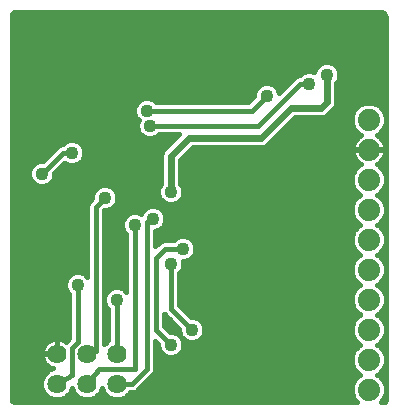
<source format=gbl>
G75*
G70*
%OFA0B0*%
%FSLAX24Y24*%
%IPPOS*%
%LPD*%
%AMOC8*
5,1,8,0,0,1.08239X$1,22.5*
%
%ADD10C,0.0640*%
%ADD11C,0.0740*%
%ADD12C,0.0160*%
%ADD13C,0.0436*%
%ADD14C,0.0300*%
%ADD15C,0.0240*%
D10*
X001880Y001080D03*
X001880Y002080D03*
X002880Y002080D03*
X002880Y001080D03*
X003880Y001080D03*
X003880Y002080D03*
D11*
X012280Y001880D03*
X012280Y000880D03*
X012280Y002880D03*
X012280Y003880D03*
X012280Y004880D03*
X012280Y005880D03*
X012280Y006880D03*
X012280Y007880D03*
X012280Y008880D03*
X012280Y009880D03*
D12*
X000417Y000494D02*
X000394Y000517D01*
X000382Y000547D01*
X000380Y000563D01*
X000380Y013396D01*
X000383Y013417D01*
X000403Y013453D01*
X000439Y013473D01*
X000460Y013476D01*
X012673Y013476D01*
X012707Y013468D01*
X012779Y013428D01*
X012830Y013362D01*
X012850Y013291D01*
X012850Y013229D01*
X012842Y013159D01*
X012850Y013148D01*
X012850Y000543D01*
X012848Y000526D01*
X012832Y000498D01*
X012804Y000482D01*
X012788Y000480D01*
X012686Y000480D01*
X012763Y000557D01*
X012850Y000767D01*
X012850Y000993D01*
X012763Y001203D01*
X012603Y001363D01*
X012562Y001380D01*
X012603Y001397D01*
X012763Y001557D01*
X012850Y001767D01*
X012850Y001993D01*
X012763Y002203D01*
X012603Y002363D01*
X012562Y002380D01*
X012603Y002397D01*
X012763Y002557D01*
X012850Y002767D01*
X012850Y002993D01*
X012763Y003203D01*
X012603Y003363D01*
X012562Y003380D01*
X012603Y003397D01*
X012763Y003557D01*
X012850Y003767D01*
X012850Y003993D01*
X012763Y004203D01*
X012603Y004363D01*
X012562Y004380D01*
X012603Y004397D01*
X012763Y004557D01*
X012850Y004767D01*
X012850Y004993D01*
X012763Y005203D01*
X012603Y005363D01*
X012562Y005380D01*
X012603Y005397D01*
X012763Y005557D01*
X012850Y005767D01*
X012850Y005993D01*
X012763Y006203D01*
X012603Y006363D01*
X012562Y006380D01*
X012603Y006397D01*
X012763Y006557D01*
X012850Y006767D01*
X012850Y006993D01*
X012763Y007203D01*
X012603Y007363D01*
X012562Y007380D01*
X012603Y007397D01*
X012763Y007557D01*
X012850Y007767D01*
X012850Y007993D01*
X012763Y008203D01*
X012603Y008363D01*
X012534Y008392D01*
X012568Y008410D01*
X012638Y008460D01*
X012700Y008522D01*
X012750Y008592D01*
X012790Y008669D01*
X012816Y008751D01*
X012830Y008837D01*
X012830Y008860D01*
X012300Y008860D01*
X012300Y008900D01*
X012830Y008900D01*
X012830Y008923D01*
X012816Y009009D01*
X012790Y009091D01*
X012750Y009168D01*
X012700Y009238D01*
X012638Y009300D01*
X012568Y009350D01*
X012534Y009368D01*
X012603Y009397D01*
X012763Y009557D01*
X012850Y009767D01*
X012850Y009993D01*
X012763Y010203D01*
X012603Y010363D01*
X012393Y010450D01*
X012167Y010450D01*
X011957Y010363D01*
X011797Y010203D01*
X011710Y009993D01*
X011710Y009767D01*
X011797Y009557D01*
X011957Y009397D01*
X012026Y009368D01*
X011992Y009350D01*
X011922Y009300D01*
X011860Y009238D01*
X011810Y009168D01*
X011770Y009091D01*
X011744Y009009D01*
X011730Y008923D01*
X011730Y008900D01*
X012260Y008900D01*
X012260Y008860D01*
X011730Y008860D01*
X011730Y008837D01*
X011744Y008751D01*
X011770Y008669D01*
X011810Y008592D01*
X011860Y008522D01*
X011922Y008460D01*
X011992Y008410D01*
X012026Y008392D01*
X011957Y008363D01*
X011797Y008203D01*
X011710Y007993D01*
X011710Y007767D01*
X011797Y007557D01*
X011957Y007397D01*
X011998Y007380D01*
X011957Y007363D01*
X011797Y007203D01*
X011710Y006993D01*
X011710Y006767D01*
X011797Y006557D01*
X011957Y006397D01*
X011998Y006380D01*
X011957Y006363D01*
X011797Y006203D01*
X011710Y005993D01*
X011710Y005767D01*
X011797Y005557D01*
X011957Y005397D01*
X011998Y005380D01*
X011957Y005363D01*
X011797Y005203D01*
X011710Y004993D01*
X011710Y004767D01*
X011797Y004557D01*
X011957Y004397D01*
X011998Y004380D01*
X011957Y004363D01*
X011797Y004203D01*
X011710Y003993D01*
X011710Y003767D01*
X011797Y003557D01*
X011957Y003397D01*
X011998Y003380D01*
X011957Y003363D01*
X011797Y003203D01*
X011710Y002993D01*
X011710Y002767D01*
X011797Y002557D01*
X011957Y002397D01*
X011998Y002380D01*
X011957Y002363D01*
X011797Y002203D01*
X011710Y001993D01*
X011710Y001767D01*
X011797Y001557D01*
X011957Y001397D01*
X011998Y001380D01*
X011957Y001363D01*
X011797Y001203D01*
X011710Y000993D01*
X011710Y000767D01*
X011797Y000557D01*
X011874Y000480D01*
X000463Y000480D01*
X000447Y000482D01*
X000417Y000494D01*
X000386Y000536D02*
X011818Y000536D01*
X011740Y000694D02*
X004229Y000694D01*
X004175Y000639D02*
X004321Y000785D01*
X004327Y000800D01*
X004436Y000800D01*
X004539Y000843D01*
X004617Y000921D01*
X005117Y001421D01*
X005160Y001524D01*
X005160Y002504D01*
X005262Y002402D01*
X005262Y002297D01*
X005326Y002143D01*
X005443Y002026D01*
X005597Y001962D01*
X005763Y001962D01*
X005917Y002026D01*
X006034Y002143D01*
X006098Y002297D01*
X006098Y002463D01*
X006034Y002617D01*
X005917Y002734D01*
X005763Y002798D01*
X005658Y002798D01*
X005460Y002996D01*
X005460Y003404D01*
X005962Y002902D01*
X005962Y002797D01*
X006026Y002643D01*
X006143Y002526D01*
X006297Y002462D01*
X006463Y002462D01*
X006617Y002526D01*
X006734Y002643D01*
X006798Y002797D01*
X006798Y002963D01*
X006734Y003117D01*
X006617Y003234D01*
X006463Y003298D01*
X006358Y003298D01*
X005960Y003696D01*
X005960Y004769D01*
X006034Y004843D01*
X006098Y004997D01*
X006098Y005162D01*
X006163Y005162D01*
X006317Y005226D01*
X006434Y005343D01*
X006498Y005497D01*
X006498Y005663D01*
X006434Y005817D01*
X006317Y005934D01*
X006163Y005998D01*
X005997Y005998D01*
X005843Y005934D01*
X005769Y005860D01*
X005424Y005860D01*
X005321Y005817D01*
X005160Y005656D01*
X005160Y006162D01*
X005163Y006162D01*
X005317Y006226D01*
X005434Y006343D01*
X005498Y006497D01*
X005498Y006663D01*
X005434Y006817D01*
X005317Y006934D01*
X005163Y006998D01*
X004997Y006998D01*
X004843Y006934D01*
X004726Y006817D01*
X004695Y006743D01*
X004563Y006798D01*
X004397Y006798D01*
X004243Y006734D01*
X004126Y006617D01*
X004062Y006463D01*
X004062Y006297D01*
X004126Y006143D01*
X004200Y006069D01*
X004200Y004151D01*
X004117Y004234D01*
X003963Y004298D01*
X003797Y004298D01*
X003643Y004234D01*
X003526Y004117D01*
X003462Y003963D01*
X003462Y003797D01*
X003526Y003643D01*
X003600Y003569D01*
X003600Y002527D01*
X003585Y002521D01*
X003460Y002395D01*
X003460Y006862D01*
X003563Y006862D01*
X003717Y006926D01*
X003834Y007043D01*
X003898Y007197D01*
X003898Y007363D01*
X003834Y007517D01*
X003717Y007634D01*
X003563Y007698D01*
X003397Y007698D01*
X003243Y007634D01*
X003126Y007517D01*
X003062Y007363D01*
X003062Y007258D01*
X003021Y007217D01*
X002943Y007139D01*
X002900Y007036D01*
X002900Y004651D01*
X002817Y004734D01*
X002663Y004798D01*
X002497Y004798D01*
X002343Y004734D01*
X002226Y004617D01*
X002162Y004463D01*
X002162Y004297D01*
X002226Y004143D01*
X002300Y004069D01*
X002300Y002596D01*
X002221Y002517D01*
X002182Y002478D01*
X002142Y002508D01*
X002072Y002543D01*
X001997Y002568D01*
X001919Y002580D01*
X001889Y002580D01*
X001889Y002089D01*
X001871Y002089D01*
X001871Y002580D01*
X001841Y002580D01*
X001763Y002568D01*
X001688Y002543D01*
X001618Y002508D01*
X001554Y002461D01*
X001499Y002406D01*
X001452Y002342D01*
X001417Y002272D01*
X001392Y002197D01*
X001380Y002119D01*
X001380Y002089D01*
X001871Y002089D01*
X001871Y002071D01*
X001380Y002071D01*
X001380Y002041D01*
X001392Y001963D01*
X001417Y001888D01*
X001452Y001818D01*
X001499Y001754D01*
X001554Y001699D01*
X001618Y001652D01*
X001688Y001617D01*
X001760Y001593D01*
X001585Y001521D01*
X001439Y001375D01*
X001360Y001183D01*
X001360Y000977D01*
X001439Y000785D01*
X001585Y000639D01*
X001777Y000560D01*
X001983Y000560D01*
X002175Y000639D01*
X002321Y000785D01*
X002380Y000928D01*
X002439Y000785D01*
X002585Y000639D01*
X002777Y000560D01*
X002983Y000560D01*
X003175Y000639D01*
X003321Y000785D01*
X003380Y000928D01*
X003439Y000785D01*
X003585Y000639D01*
X003777Y000560D01*
X003983Y000560D01*
X004175Y000639D01*
X004549Y000853D02*
X011710Y000853D01*
X011717Y001011D02*
X004707Y001011D01*
X004866Y001170D02*
X011783Y001170D01*
X011922Y001328D02*
X005024Y001328D01*
X005144Y001487D02*
X011867Y001487D01*
X011760Y001645D02*
X005160Y001645D01*
X005160Y001804D02*
X011710Y001804D01*
X011710Y001962D02*
X005763Y001962D01*
X005597Y001962D02*
X005160Y001962D01*
X005160Y002121D02*
X005348Y002121D01*
X005269Y002279D02*
X005160Y002279D01*
X005160Y002438D02*
X005226Y002438D01*
X005180Y002880D02*
X005680Y002380D01*
X005868Y002755D02*
X005979Y002755D01*
X006043Y002596D02*
X006073Y002596D01*
X006098Y002438D02*
X011916Y002438D01*
X011873Y002279D02*
X006091Y002279D01*
X006012Y002121D02*
X011763Y002121D01*
X011781Y002596D02*
X006687Y002596D01*
X006781Y002755D02*
X011715Y002755D01*
X011710Y002913D02*
X006798Y002913D01*
X006753Y003072D02*
X011742Y003072D01*
X011824Y003230D02*
X006621Y003230D01*
X006267Y003389D02*
X011977Y003389D01*
X011807Y003547D02*
X006109Y003547D01*
X005960Y003706D02*
X011735Y003706D01*
X011710Y003864D02*
X005960Y003864D01*
X005960Y004023D02*
X011722Y004023D01*
X011788Y004181D02*
X005960Y004181D01*
X005960Y004340D02*
X011933Y004340D01*
X011856Y004498D02*
X005960Y004498D01*
X005960Y004657D02*
X011756Y004657D01*
X011710Y004815D02*
X006006Y004815D01*
X006088Y004974D02*
X011710Y004974D01*
X011767Y005132D02*
X006098Y005132D01*
X006382Y005291D02*
X011884Y005291D01*
X011905Y005449D02*
X006478Y005449D01*
X006498Y005608D02*
X011776Y005608D01*
X011710Y005766D02*
X006456Y005766D01*
X006327Y005925D02*
X011710Y005925D01*
X011747Y006083D02*
X005160Y006083D01*
X005160Y005925D02*
X005833Y005925D01*
X006080Y005580D02*
X005480Y005580D01*
X005180Y005280D01*
X005180Y002880D01*
X005460Y003072D02*
X005792Y003072D01*
X005634Y003230D02*
X005460Y003230D01*
X005460Y003389D02*
X005475Y003389D01*
X005680Y003580D02*
X006380Y002880D01*
X005951Y002913D02*
X005543Y002913D01*
X005680Y003580D02*
X005680Y005080D01*
X005270Y005766D02*
X005160Y005766D01*
X005333Y006242D02*
X011835Y006242D01*
X011954Y006400D02*
X005458Y006400D01*
X005498Y006559D02*
X011796Y006559D01*
X011731Y006717D02*
X005476Y006717D01*
X005376Y006876D02*
X011710Y006876D01*
X011727Y007034D02*
X003825Y007034D01*
X003896Y007193D02*
X005376Y007193D01*
X005326Y007243D02*
X005443Y007126D01*
X005597Y007062D01*
X005763Y007062D01*
X005917Y007126D01*
X006034Y007243D01*
X006098Y007397D01*
X006098Y007563D01*
X006034Y007717D01*
X006000Y007751D01*
X006000Y008547D01*
X006413Y008960D01*
X008744Y008960D01*
X008861Y009009D01*
X009813Y009960D01*
X010744Y009960D01*
X010861Y010009D01*
X011061Y010209D01*
X011151Y010299D01*
X011200Y010416D01*
X011200Y011109D01*
X011234Y011143D01*
X011298Y011297D01*
X011298Y011463D01*
X011234Y011617D01*
X011117Y011734D01*
X010963Y011798D01*
X010797Y011798D01*
X010643Y011734D01*
X010526Y011617D01*
X010462Y011463D01*
X010462Y011457D01*
X010363Y011498D01*
X010197Y011498D01*
X010043Y011434D01*
X009969Y011360D01*
X009924Y011360D01*
X009821Y011317D01*
X009743Y011239D01*
X009289Y010785D01*
X009234Y010917D01*
X009117Y011034D01*
X008963Y011098D01*
X008797Y011098D01*
X008643Y011034D01*
X008526Y010917D01*
X008462Y010763D01*
X008462Y010658D01*
X008264Y010460D01*
X005191Y010460D01*
X005117Y010534D01*
X004963Y010598D01*
X004797Y010598D01*
X004643Y010534D01*
X004526Y010417D01*
X004462Y010263D01*
X004462Y010097D01*
X004526Y009943D01*
X004604Y009865D01*
X004562Y009763D01*
X004562Y009597D01*
X004626Y009443D01*
X004743Y009326D01*
X004897Y009262D01*
X005063Y009262D01*
X005217Y009326D01*
X005291Y009400D01*
X005947Y009400D01*
X005499Y008951D01*
X005409Y008861D01*
X005360Y008744D01*
X005360Y007751D01*
X005326Y007717D01*
X005262Y007563D01*
X005262Y007397D01*
X005326Y007243D01*
X005281Y007351D02*
X003898Y007351D01*
X003837Y007510D02*
X005262Y007510D01*
X005305Y007668D02*
X003636Y007668D01*
X003324Y007668D02*
X001478Y007668D01*
X001463Y007662D02*
X001617Y007726D01*
X001734Y007843D01*
X001798Y007997D01*
X001798Y008102D01*
X002132Y008436D01*
X002143Y008426D01*
X002297Y008362D01*
X002463Y008362D01*
X002617Y008426D01*
X002734Y008543D01*
X002798Y008697D01*
X002798Y008863D01*
X002734Y009017D01*
X002617Y009134D01*
X002463Y009198D01*
X002297Y009198D01*
X002143Y009134D01*
X002069Y009060D01*
X002024Y009060D01*
X001921Y009017D01*
X001402Y008498D01*
X001297Y008498D01*
X001143Y008434D01*
X001026Y008317D01*
X000962Y008163D01*
X000962Y007997D01*
X001026Y007843D01*
X001143Y007726D01*
X001297Y007662D01*
X001463Y007662D01*
X001282Y007668D02*
X000380Y007668D01*
X000380Y007510D02*
X003123Y007510D01*
X003062Y007351D02*
X000380Y007351D01*
X000380Y007193D02*
X002997Y007193D01*
X002900Y007034D02*
X000380Y007034D01*
X000380Y006876D02*
X002900Y006876D01*
X002900Y006717D02*
X000380Y006717D01*
X000380Y006559D02*
X002900Y006559D01*
X002900Y006400D02*
X000380Y006400D01*
X000380Y006242D02*
X002900Y006242D01*
X002900Y006083D02*
X000380Y006083D01*
X000380Y005925D02*
X002900Y005925D01*
X002900Y005766D02*
X000380Y005766D01*
X000380Y005608D02*
X002900Y005608D01*
X002900Y005449D02*
X000380Y005449D01*
X000380Y005291D02*
X002900Y005291D01*
X002900Y005132D02*
X000380Y005132D01*
X000380Y004974D02*
X002900Y004974D01*
X002900Y004815D02*
X000380Y004815D01*
X000380Y004657D02*
X002265Y004657D01*
X002176Y004498D02*
X000380Y004498D01*
X000380Y004340D02*
X002162Y004340D01*
X002210Y004181D02*
X000380Y004181D01*
X000380Y004023D02*
X002300Y004023D01*
X002300Y003864D02*
X000380Y003864D01*
X000380Y003706D02*
X002300Y003706D01*
X002300Y003547D02*
X000380Y003547D01*
X000380Y003389D02*
X002300Y003389D01*
X002300Y003230D02*
X000380Y003230D01*
X000380Y003072D02*
X002300Y003072D01*
X002300Y002913D02*
X000380Y002913D01*
X000380Y002755D02*
X002300Y002755D01*
X002300Y002596D02*
X000380Y002596D01*
X000380Y002438D02*
X001530Y002438D01*
X001420Y002279D02*
X000380Y002279D01*
X000380Y002121D02*
X001380Y002121D01*
X001393Y001962D02*
X000380Y001962D01*
X000380Y001804D02*
X001463Y001804D01*
X001632Y001645D02*
X000380Y001645D01*
X000380Y001487D02*
X001551Y001487D01*
X001420Y001328D02*
X000380Y001328D01*
X000380Y001170D02*
X001360Y001170D01*
X001360Y001011D02*
X000380Y001011D01*
X000380Y000853D02*
X001411Y000853D01*
X001531Y000694D02*
X000380Y000694D01*
X001880Y001080D02*
X002380Y001380D01*
X002380Y002280D01*
X002580Y002480D01*
X002580Y004380D01*
X002895Y004657D02*
X002900Y004657D01*
X003460Y004657D02*
X004200Y004657D01*
X004200Y004815D02*
X003460Y004815D01*
X003460Y004974D02*
X004200Y004974D01*
X004200Y005132D02*
X003460Y005132D01*
X003460Y005291D02*
X004200Y005291D01*
X004200Y005449D02*
X003460Y005449D01*
X003460Y005608D02*
X004200Y005608D01*
X004200Y005766D02*
X003460Y005766D01*
X003460Y005925D02*
X004200Y005925D01*
X004186Y006083D02*
X003460Y006083D01*
X003460Y006242D02*
X004085Y006242D01*
X004062Y006400D02*
X003460Y006400D01*
X003460Y006559D02*
X004101Y006559D01*
X004226Y006717D02*
X003460Y006717D01*
X003596Y006876D02*
X004784Y006876D01*
X004880Y006480D02*
X005080Y006580D01*
X004880Y006480D02*
X004880Y001580D01*
X004380Y001080D01*
X003880Y001080D01*
X003531Y000694D02*
X003229Y000694D01*
X003349Y000853D02*
X003411Y000853D01*
X002880Y001080D02*
X003280Y001580D01*
X004480Y001580D01*
X004480Y006380D01*
X003480Y007280D02*
X003180Y006980D01*
X003180Y002180D01*
X002880Y002080D01*
X003460Y002438D02*
X003502Y002438D01*
X003460Y002596D02*
X003600Y002596D01*
X003600Y002755D02*
X003460Y002755D01*
X003460Y002913D02*
X003600Y002913D01*
X003600Y003072D02*
X003460Y003072D01*
X003460Y003230D02*
X003600Y003230D01*
X003600Y003389D02*
X003460Y003389D01*
X003460Y003547D02*
X003600Y003547D01*
X003500Y003706D02*
X003460Y003706D01*
X003460Y003864D02*
X003462Y003864D01*
X003460Y004023D02*
X003486Y004023D01*
X003460Y004181D02*
X003590Y004181D01*
X003460Y004340D02*
X004200Y004340D01*
X004200Y004498D02*
X003460Y004498D01*
X003880Y003880D02*
X003880Y002080D01*
X002531Y000694D02*
X002229Y000694D01*
X002349Y000853D02*
X002411Y000853D01*
X001889Y002121D02*
X001871Y002121D01*
X001871Y002279D02*
X001889Y002279D01*
X001889Y002438D02*
X001871Y002438D01*
X004170Y004181D02*
X004200Y004181D01*
X005984Y007193D02*
X011792Y007193D01*
X011945Y007351D02*
X006079Y007351D01*
X006098Y007510D02*
X011844Y007510D01*
X011751Y007668D02*
X006055Y007668D01*
X006000Y007827D02*
X011710Y007827D01*
X011710Y007985D02*
X006000Y007985D01*
X006000Y008144D02*
X011772Y008144D01*
X011896Y008302D02*
X006000Y008302D01*
X006000Y008461D02*
X011922Y008461D01*
X011796Y008619D02*
X006072Y008619D01*
X006230Y008778D02*
X011739Y008778D01*
X011732Y008936D02*
X006389Y008936D01*
X005800Y009253D02*
X000380Y009253D01*
X000380Y009095D02*
X002103Y009095D01*
X001840Y008936D02*
X000380Y008936D01*
X000380Y008778D02*
X001682Y008778D01*
X001523Y008619D02*
X000380Y008619D01*
X000380Y008461D02*
X001206Y008461D01*
X001019Y008302D02*
X000380Y008302D01*
X000380Y008144D02*
X000962Y008144D01*
X000967Y007985D02*
X000380Y007985D01*
X000380Y007827D02*
X001042Y007827D01*
X001380Y008080D02*
X002080Y008780D01*
X002380Y008780D01*
X002766Y008619D02*
X005360Y008619D01*
X005360Y008461D02*
X002652Y008461D01*
X002798Y008778D02*
X005374Y008778D01*
X005483Y008936D02*
X002768Y008936D01*
X002657Y009095D02*
X005642Y009095D01*
X004980Y009680D02*
X008580Y009680D01*
X009980Y011080D01*
X010280Y011080D01*
X010134Y011472D02*
X000380Y011472D01*
X000380Y011314D02*
X009818Y011314D01*
X009659Y011155D02*
X000380Y011155D01*
X000380Y010997D02*
X008605Y010997D01*
X008493Y010838D02*
X000380Y010838D01*
X000380Y010680D02*
X008462Y010680D01*
X008325Y010521D02*
X005130Y010521D01*
X004880Y010180D02*
X008380Y010180D01*
X008880Y010680D01*
X009155Y010997D02*
X009501Y010997D01*
X009342Y010838D02*
X009267Y010838D01*
X009740Y009887D02*
X011710Y009887D01*
X011732Y010046D02*
X010898Y010046D01*
X011057Y010204D02*
X011798Y010204D01*
X011956Y010363D02*
X011178Y010363D01*
X011200Y010521D02*
X012850Y010521D01*
X012850Y010363D02*
X012604Y010363D01*
X012762Y010204D02*
X012850Y010204D01*
X012850Y010046D02*
X012828Y010046D01*
X012850Y009887D02*
X012850Y009887D01*
X012834Y009729D02*
X012850Y009729D01*
X012850Y009570D02*
X012769Y009570D01*
X012850Y009412D02*
X012618Y009412D01*
X012685Y009253D02*
X012850Y009253D01*
X012850Y009095D02*
X012788Y009095D01*
X012828Y008936D02*
X012850Y008936D01*
X012850Y008778D02*
X012821Y008778D01*
X012850Y008619D02*
X012764Y008619D01*
X012850Y008461D02*
X012638Y008461D01*
X012664Y008302D02*
X012850Y008302D01*
X012850Y008144D02*
X012788Y008144D01*
X012850Y007985D02*
X012850Y007985D01*
X012850Y007827D02*
X012850Y007827D01*
X012850Y007668D02*
X012809Y007668D01*
X012850Y007510D02*
X012716Y007510D01*
X012615Y007351D02*
X012850Y007351D01*
X012850Y007193D02*
X012768Y007193D01*
X012833Y007034D02*
X012850Y007034D01*
X012850Y006876D02*
X012850Y006876D01*
X012850Y006717D02*
X012829Y006717D01*
X012850Y006559D02*
X012764Y006559D01*
X012850Y006400D02*
X012606Y006400D01*
X012725Y006242D02*
X012850Y006242D01*
X012850Y006083D02*
X012813Y006083D01*
X012850Y005925D02*
X012850Y005925D01*
X012850Y005766D02*
X012850Y005766D01*
X012850Y005608D02*
X012784Y005608D01*
X012850Y005449D02*
X012655Y005449D01*
X012676Y005291D02*
X012850Y005291D01*
X012850Y005132D02*
X012793Y005132D01*
X012850Y004974D02*
X012850Y004974D01*
X012850Y004815D02*
X012850Y004815D01*
X012850Y004657D02*
X012804Y004657D01*
X012850Y004498D02*
X012704Y004498D01*
X012627Y004340D02*
X012850Y004340D01*
X012850Y004181D02*
X012772Y004181D01*
X012838Y004023D02*
X012850Y004023D01*
X012850Y003864D02*
X012850Y003864D01*
X012850Y003706D02*
X012825Y003706D01*
X012850Y003547D02*
X012753Y003547D01*
X012850Y003389D02*
X012583Y003389D01*
X012736Y003230D02*
X012850Y003230D01*
X012850Y003072D02*
X012818Y003072D01*
X012850Y002913D02*
X012850Y002913D01*
X012845Y002755D02*
X012850Y002755D01*
X012850Y002596D02*
X012779Y002596D01*
X012850Y002438D02*
X012644Y002438D01*
X012687Y002279D02*
X012850Y002279D01*
X012850Y002121D02*
X012797Y002121D01*
X012850Y001962D02*
X012850Y001962D01*
X012850Y001804D02*
X012850Y001804D01*
X012850Y001645D02*
X012800Y001645D01*
X012850Y001487D02*
X012693Y001487D01*
X012638Y001328D02*
X012850Y001328D01*
X012850Y001170D02*
X012777Y001170D01*
X012843Y001011D02*
X012850Y001011D01*
X012850Y000853D02*
X012850Y000853D01*
X012850Y000694D02*
X012820Y000694D01*
X012849Y000536D02*
X012742Y000536D01*
X005360Y007827D02*
X001718Y007827D01*
X001793Y007985D02*
X005360Y007985D01*
X005360Y008144D02*
X001840Y008144D01*
X001998Y008302D02*
X005360Y008302D01*
X004657Y009412D02*
X000380Y009412D01*
X000380Y009570D02*
X004573Y009570D01*
X004562Y009729D02*
X000380Y009729D01*
X000380Y009887D02*
X004582Y009887D01*
X004483Y010046D02*
X000380Y010046D01*
X000380Y010204D02*
X004462Y010204D01*
X004503Y010363D02*
X000380Y010363D01*
X000380Y010521D02*
X004630Y010521D01*
X000380Y011631D02*
X010539Y011631D01*
X010775Y011789D02*
X000380Y011789D01*
X000380Y011948D02*
X012850Y011948D01*
X012850Y012106D02*
X000380Y012106D01*
X000380Y012265D02*
X012850Y012265D01*
X012850Y012423D02*
X000380Y012423D01*
X000380Y012582D02*
X012850Y012582D01*
X012850Y012740D02*
X000380Y012740D01*
X000380Y012899D02*
X012850Y012899D01*
X012850Y013057D02*
X000380Y013057D01*
X000380Y013216D02*
X012848Y013216D01*
X012821Y013374D02*
X000380Y013374D01*
X008947Y009095D02*
X011772Y009095D01*
X011875Y009253D02*
X009106Y009253D01*
X009264Y009412D02*
X011942Y009412D01*
X011791Y009570D02*
X009423Y009570D01*
X009581Y009729D02*
X011726Y009729D01*
X011200Y010680D02*
X012850Y010680D01*
X012850Y010838D02*
X011200Y010838D01*
X011200Y010997D02*
X012850Y010997D01*
X012850Y011155D02*
X011239Y011155D01*
X011298Y011314D02*
X012850Y011314D01*
X012850Y011472D02*
X011294Y011472D01*
X011221Y011631D02*
X012850Y011631D01*
X012850Y011789D02*
X010985Y011789D01*
X010466Y011472D02*
X010426Y011472D01*
D13*
X010280Y011080D03*
X010880Y011380D03*
X008880Y010680D03*
X005680Y007480D03*
X005080Y006580D03*
X004480Y006380D03*
X003480Y007280D03*
X002380Y008780D03*
X001380Y008080D03*
X002580Y004380D03*
X003880Y003880D03*
X005680Y005080D03*
X006080Y005580D03*
X006980Y005580D03*
X006380Y002880D03*
X005680Y002380D03*
X004980Y009680D03*
X004880Y010180D03*
D14*
X010180Y006480D03*
D15*
X008680Y009280D02*
X009680Y010280D01*
X010680Y010280D01*
X010880Y010480D01*
X010880Y011380D01*
X008680Y009280D02*
X006280Y009280D01*
X005680Y008680D01*
X005680Y007480D01*
M02*

</source>
